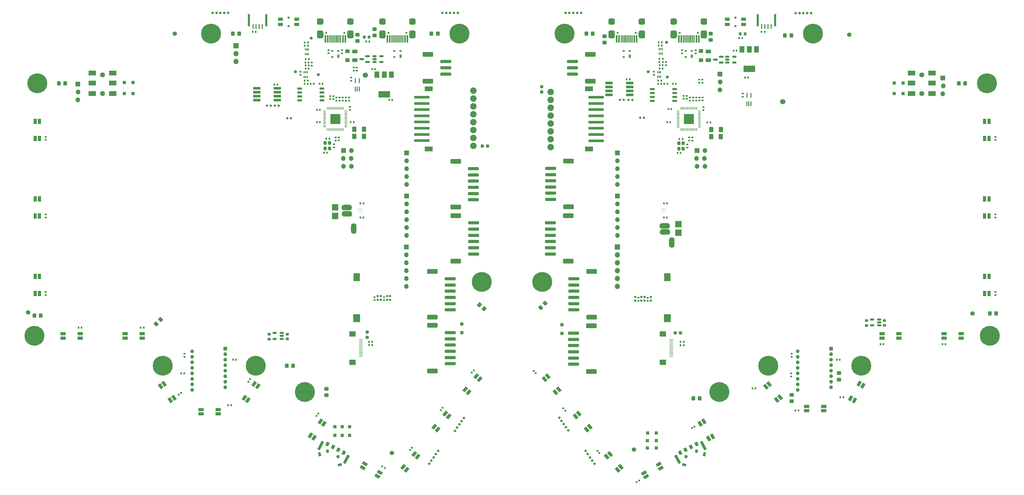
<source format=gbr>
%TF.GenerationSoftware,KiCad,Pcbnew,(6.99.0-4085-g6c752680d7)*%
%TF.CreationDate,2022-11-10T11:06:54+08:00*%
%TF.ProjectId,Rev2.4,52657632-2e34-42e6-9b69-6361645f7063,rev?*%
%TF.SameCoordinates,Original*%
%TF.FileFunction,Soldermask,Top*%
%TF.FilePolarity,Negative*%
%FSLAX46Y46*%
G04 Gerber Fmt 4.6, Leading zero omitted, Abs format (unit mm)*
G04 Created by KiCad (PCBNEW (6.99.0-4085-g6c752680d7)) date 2022-11-10 11:06:54*
%MOMM*%
%LPD*%
G01*
G04 APERTURE LIST*
G04 Aperture macros list*
%AMRoundRect*
0 Rectangle with rounded corners*
0 $1 Rounding radius*
0 $2 $3 $4 $5 $6 $7 $8 $9 X,Y pos of 4 corners*
0 Add a 4 corners polygon primitive as box body*
4,1,4,$2,$3,$4,$5,$6,$7,$8,$9,$2,$3,0*
0 Add four circle primitives for the rounded corners*
1,1,$1+$1,$2,$3*
1,1,$1+$1,$4,$5*
1,1,$1+$1,$6,$7*
1,1,$1+$1,$8,$9*
0 Add four rect primitives between the rounded corners*
20,1,$1+$1,$2,$3,$4,$5,0*
20,1,$1+$1,$4,$5,$6,$7,0*
20,1,$1+$1,$6,$7,$8,$9,0*
20,1,$1+$1,$8,$9,$2,$3,0*%
%AMRotRect*
0 Rectangle, with rotation*
0 The origin of the aperture is its center*
0 $1 length*
0 $2 width*
0 $3 Rotation angle, in degrees counterclockwise*
0 Add horizontal line*
21,1,$1,$2,0,0,$3*%
G04 Aperture macros list end*
%ADD10RoundRect,0.140000X-0.140000X-0.170000X0.140000X-0.170000X0.140000X0.170000X-0.140000X0.170000X0*%
%ADD11C,1.700000*%
%ADD12C,1.600000*%
%ADD13R,2.400000X1.500000*%
%ADD14RotRect,1.700000X1.000000X50.000000*%
%ADD15C,0.800000*%
%ADD16C,6.400000*%
%ADD17RoundRect,0.140000X0.206244X0.077224X-0.036244X0.217224X-0.206244X-0.077224X0.036244X-0.217224X0*%
%ADD18RoundRect,0.250000X0.250000X-0.325000X0.250000X0.325000X-0.250000X0.325000X-0.250000X-0.325000X0*%
%ADD19RoundRect,0.250000X0.450000X-0.325000X0.450000X0.325000X-0.450000X0.325000X-0.450000X-0.325000X0*%
%ADD20RoundRect,0.140000X-0.040237X0.216520X-0.220218X0.002028X0.040237X-0.216520X0.220218X-0.002028X0*%
%ADD21RoundRect,0.160000X-0.160000X0.197500X-0.160000X-0.197500X0.160000X-0.197500X0.160000X0.197500X0*%
%ADD22RoundRect,0.140000X-0.170000X0.140000X-0.170000X-0.140000X0.170000X-0.140000X0.170000X0.140000X0*%
%ADD23RoundRect,0.135000X-0.185000X0.135000X-0.185000X-0.135000X0.185000X-0.135000X0.185000X0.135000X0*%
%ADD24R,0.800000X4.000000*%
%ADD25R,0.400000X1.600000*%
%ADD26RoundRect,0.135000X0.185000X-0.135000X0.185000X0.135000X-0.185000X0.135000X-0.185000X-0.135000X0*%
%ADD27C,0.265000*%
%ADD28RoundRect,0.250000X-0.400000X-0.625000X0.400000X-0.625000X0.400000X0.625000X-0.400000X0.625000X0*%
%ADD29RoundRect,0.250000X1.500000X-0.250000X1.500000X0.250000X-1.500000X0.250000X-1.500000X-0.250000X0*%
%ADD30RoundRect,0.250001X1.449999X-0.499999X1.449999X0.499999X-1.449999X0.499999X-1.449999X-0.499999X0*%
%ADD31RoundRect,0.135000X-0.135000X-0.185000X0.135000X-0.185000X0.135000X0.185000X-0.135000X0.185000X0*%
%ADD32RoundRect,0.140000X0.170000X-0.140000X0.170000X0.140000X-0.170000X0.140000X-0.170000X-0.140000X0*%
%ADD33RoundRect,0.250000X-0.325000X-0.450000X0.325000X-0.450000X0.325000X0.450000X-0.325000X0.450000X0*%
%ADD34R,1.500000X2.000000*%
%ADD35R,3.800000X2.000000*%
%ADD36R,1.700000X1.000000*%
%ADD37R,1.100000X1.100000*%
%ADD38R,1.200000X1.200000*%
%ADD39C,1.200000*%
%ADD40RoundRect,0.147500X-0.172500X0.147500X-0.172500X-0.147500X0.172500X-0.147500X0.172500X0.147500X0*%
%ADD41R,1.700000X1.700000*%
%ADD42O,1.700000X1.700000*%
%ADD43RoundRect,0.140000X0.140000X0.170000X-0.140000X0.170000X-0.140000X-0.170000X0.140000X-0.170000X0*%
%ADD44RotRect,1.700000X1.000000X240.000000*%
%ADD45RotRect,1.700000X1.000000X130.000000*%
%ADD46R,0.340000X0.700000*%
%ADD47RoundRect,0.135000X0.135000X0.185000X-0.135000X0.185000X-0.135000X-0.185000X0.135000X-0.185000X0*%
%ADD48RoundRect,0.160000X0.197500X0.160000X-0.197500X0.160000X-0.197500X-0.160000X0.197500X-0.160000X0*%
%ADD49RoundRect,0.140000X-0.036244X-0.217224X0.206244X-0.077224X0.036244X0.217224X-0.206244X0.077224X0*%
%ADD50RoundRect,0.150000X-0.512500X-0.150000X0.512500X-0.150000X0.512500X0.150000X-0.512500X0.150000X0*%
%ADD51O,3.454400X1.778000*%
%ADD52C,1.400000*%
%ADD53RoundRect,0.250000X0.325000X0.450000X-0.325000X0.450000X-0.325000X-0.450000X0.325000X-0.450000X0*%
%ADD54RoundRect,0.050800X-1.000000X-1.000000X1.000000X-1.000000X1.000000X1.000000X-1.000000X1.000000X0*%
%ADD55RoundRect,0.140000X0.058955X-0.212189X0.219557X0.017173X-0.058955X0.212189X-0.219557X-0.017173X0*%
%ADD56R,1.524000X1.524000*%
%ADD57O,1.524000X1.524000*%
%ADD58RoundRect,0.250000X-0.538219X-0.135814X-0.040290X-0.553626X0.538219X0.135814X0.040290X0.553626X0*%
%ADD59R,5.000000X0.900000*%
%ADD60R,2.500000X1.500000*%
%ADD61O,1.778000X3.454400*%
%ADD62RoundRect,0.250000X-0.625000X0.375000X-0.625000X-0.375000X0.625000X-0.375000X0.625000X0.375000X0*%
%ADD63RoundRect,0.225000X0.250000X-0.225000X0.250000X0.225000X-0.250000X0.225000X-0.250000X-0.225000X0*%
%ADD64RoundRect,0.250000X-0.450000X0.325000X-0.450000X-0.325000X0.450000X-0.325000X0.450000X0.325000X0*%
%ADD65RoundRect,0.150000X-0.650000X-0.150000X0.650000X-0.150000X0.650000X0.150000X-0.650000X0.150000X0*%
%ADD66R,1.000000X1.700000*%
%ADD67C,0.750000*%
%ADD68R,1.550000X1.000000*%
%ADD69R,0.400000X1.500000*%
%ADD70C,0.650000*%
%ADD71R,0.570000X2.450000*%
%ADD72R,0.300000X2.450000*%
%ADD73RoundRect,0.525000X0.525000X0.725000X-0.525000X0.725000X-0.525000X-0.725000X0.525000X-0.725000X0*%
%ADD74RoundRect,0.500000X0.550000X0.500000X-0.550000X0.500000X-0.550000X-0.500000X0.550000X-0.500000X0*%
%ADD75O,1.000000X2.100000*%
%ADD76O,1.000000X1.600000*%
%ADD77R,2.100000X2.600000*%
%ADD78R,2.200000X2.600000*%
%ADD79C,1.000000*%
%ADD80R,0.700000X1.000000*%
%ADD81R,0.700000X0.600000*%
%ADD82RoundRect,0.250000X-1.500000X0.250000X-1.500000X-0.250000X1.500000X-0.250000X1.500000X0.250000X0*%
%ADD83RoundRect,0.250001X-1.449999X0.499999X-1.449999X-0.499999X1.449999X-0.499999X1.449999X0.499999X0*%
%ADD84RoundRect,0.140000X0.017173X0.219557X-0.212189X0.058955X-0.017173X-0.219557X0.212189X-0.058955X0*%
%ADD85RoundRect,0.160000X-0.197500X-0.160000X0.197500X-0.160000X0.197500X0.160000X-0.197500X0.160000X0*%
%ADD86RoundRect,0.225000X-0.250000X0.225000X-0.250000X-0.225000X0.250000X-0.225000X0.250000X0.225000X0*%
%ADD87RoundRect,0.237500X-0.300000X-0.237500X0.300000X-0.237500X0.300000X0.237500X-0.300000X0.237500X0*%
%ADD88RoundRect,0.140000X-0.220218X-0.002028X-0.040237X-0.216520X0.220218X0.002028X0.040237X0.216520X0*%
%ADD89R,1.400000X1.300000*%
%ADD90RoundRect,0.150000X0.587500X0.150000X-0.587500X0.150000X-0.587500X-0.150000X0.587500X-0.150000X0*%
%ADD91RotRect,1.700000X1.000000X120.000000*%
%ADD92RoundRect,0.140000X-0.058955X0.212189X-0.219557X-0.017173X0.058955X-0.212189X0.219557X0.017173X0*%
%ADD93RoundRect,0.218750X-0.218750X-0.256250X0.218750X-0.256250X0.218750X0.256250X-0.218750X0.256250X0*%
%ADD94C,2.082800*%
%ADD95R,1.250000X0.280000*%
%ADD96R,2.000000X1.800000*%
%ADD97RoundRect,0.050000X-0.387500X-0.050000X0.387500X-0.050000X0.387500X0.050000X-0.387500X0.050000X0*%
%ADD98RoundRect,0.050000X-0.050000X-0.387500X0.050000X-0.387500X0.050000X0.387500X-0.050000X0.387500X0*%
%ADD99RoundRect,0.144000X-1.456000X-1.456000X1.456000X-1.456000X1.456000X1.456000X-1.456000X1.456000X0*%
%ADD100RoundRect,0.101600X-1.100000X0.300000X-1.100000X-0.300000X1.100000X-0.300000X1.100000X0.300000X0*%
%ADD101RoundRect,0.237500X0.237500X-0.300000X0.237500X0.300000X-0.237500X0.300000X-0.237500X-0.300000X0*%
%ADD102RoundRect,0.150000X0.512500X0.150000X-0.512500X0.150000X-0.512500X-0.150000X0.512500X-0.150000X0*%
%ADD103RotRect,1.700000X1.000000X55.000000*%
%ADD104RoundRect,0.250000X0.088388X-0.548008X0.548008X-0.088388X-0.088388X0.548008X-0.548008X0.088388X0*%
%ADD105C,1.100000*%
%ADD106RotRect,1.300000X1.000000X62.000000*%
%ADD107RotRect,3.000000X0.900000X62.000000*%
%ADD108RotRect,1.300000X0.800000X197.000000*%
%ADD109RotRect,1.300000X0.800000X287.000000*%
%ADD110RotRect,1.700000X1.000000X305.000000*%
%ADD111RoundRect,0.147500X0.172500X-0.147500X0.172500X0.147500X-0.172500X0.147500X-0.172500X-0.147500X0*%
%ADD112RoundRect,0.160000X0.160000X-0.197500X0.160000X0.197500X-0.160000X0.197500X-0.160000X-0.197500X0*%
%ADD113RotRect,1.700000X1.000000X330.000000*%
%ADD114RotRect,1.700000X1.000000X210.000000*%
%ADD115RotRect,1.300000X1.000000X118.000000*%
%ADD116RotRect,3.000000X0.900000X118.000000*%
%ADD117RotRect,1.300000X0.800000X253.000000*%
%ADD118RotRect,1.300000X0.800000X343.000000*%
%ADD119RoundRect,0.250000X-0.088388X0.548008X-0.548008X0.088388X0.088388X-0.548008X0.548008X-0.088388X0*%
%ADD120RoundRect,0.050800X1.000000X-1.000000X1.000000X1.000000X-1.000000X1.000000X-1.000000X-1.000000X0*%
G04 APERTURE END LIST*
D10*
%TO.C,C34*%
X143775003Y-61745000D03*
X144735003Y-61745000D03*
%TD*%
D11*
%TO.C,J20*%
X162975000Y-64825000D03*
%TD*%
D12*
%TO.C,J23*%
X342229998Y-64770003D03*
X342221998Y-70770003D03*
D13*
X345529997Y-64170002D03*
X338929997Y-64170002D03*
X345529997Y-70770002D03*
X338929997Y-70770002D03*
X345529997Y-67370002D03*
X338929997Y-67370002D03*
%TD*%
D14*
%TO.C,D37*%
X186298564Y-179026572D03*
X185226102Y-178126669D03*
X188761434Y-173913424D03*
X189833896Y-174813327D03*
%TD*%
D15*
%TO.C,DRILL11*%
X361778405Y-148874002D03*
X362481349Y-147176946D03*
X362481349Y-150571058D03*
X364178405Y-146474002D03*
D16*
X364178405Y-148874002D03*
D15*
X364178405Y-151274002D03*
X365875461Y-147176946D03*
X365875461Y-150571058D03*
X366578405Y-148874002D03*
%TD*%
D17*
%TO.C,C86*%
X169290692Y-191415000D03*
X168459308Y-190935000D03*
%TD*%
D18*
%TO.C,Y1*%
X151480003Y-88445000D03*
X151480003Y-86695000D03*
X150080003Y-86695000D03*
X150080003Y-88445000D03*
%TD*%
D19*
%TO.C,FB14*%
X150520003Y-167951301D03*
X150520003Y-165901301D03*
%TD*%
D10*
%TO.C,C29*%
X133710003Y-67900000D03*
X134670003Y-67900000D03*
%TD*%
D20*
%TO.C,C88*%
X187933538Y-172032299D03*
X187316462Y-172767701D03*
%TD*%
D21*
%TO.C,R32*%
X170000000Y-136077500D03*
X170000000Y-137272500D03*
%TD*%
D22*
%TO.C,C47*%
X268305000Y-84929252D03*
X268305000Y-85889252D03*
%TD*%
D23*
%TO.C,R4*%
X154730003Y-72022500D03*
X154730003Y-73042500D03*
%TD*%
D24*
%TO.C,U16*%
X295004999Y-47172751D03*
X289404999Y-47172751D03*
D25*
X293702999Y-49170751D03*
X292702999Y-49170751D03*
X291702999Y-49170751D03*
X290702999Y-49170751D03*
%TD*%
D26*
%TO.C,R12*%
X159250000Y-63400000D03*
X159250000Y-62380000D03*
%TD*%
D21*
%TO.C,R30*%
X168000000Y-136077500D03*
X168000000Y-137272500D03*
%TD*%
D27*
%TO.C,IC1*%
X258625000Y-107970000D03*
X259125000Y-107970000D03*
X259625000Y-107970000D03*
X258625000Y-108470000D03*
X259125000Y-108470000D03*
X259625000Y-108470000D03*
X258625000Y-108970000D03*
X259125000Y-108970000D03*
X259625000Y-108970000D03*
%TD*%
D23*
%TO.C,R55*%
X259830003Y-60585000D03*
X259830003Y-61605000D03*
%TD*%
D28*
%TO.C,R16*%
X159455000Y-82271752D03*
X162555000Y-82271752D03*
%TD*%
D22*
%TO.C,C57*%
X284610003Y-70790000D03*
X284610003Y-71750000D03*
%TD*%
D26*
%TO.C,R5*%
X152925000Y-88110000D03*
X152925000Y-87090000D03*
%TD*%
D29*
%TO.C,J37*%
X229740000Y-64470000D03*
X229740000Y-62470000D03*
X229740000Y-60470000D03*
D30*
X235490000Y-66820000D03*
X235490000Y-58120000D03*
%TD*%
D31*
%TO.C,R7*%
X103689234Y-160969299D03*
X104709234Y-160969299D03*
%TD*%
D32*
%TO.C,C46*%
X271605003Y-72995000D03*
X271605003Y-72035000D03*
%TD*%
D33*
%TO.C,FB11*%
X120305003Y-51470001D03*
X122355003Y-51470001D03*
%TD*%
D34*
%TO.C,U19*%
X288980001Y-56520599D03*
X286680001Y-56520599D03*
D35*
X286680001Y-62820599D03*
D34*
X284380001Y-56520599D03*
%TD*%
D36*
%TO.C,D17*%
X334928404Y-148174001D03*
X334928404Y-149574001D03*
X329428404Y-149574001D03*
X329428404Y-148174001D03*
%TD*%
D32*
%TO.C,C65*%
X365929998Y-135700003D03*
X365929998Y-134740003D03*
%TD*%
D37*
%TO.C,D45*%
X333399999Y-67399999D03*
X336199999Y-67399999D03*
%TD*%
D38*
%TO.C,U12*%
X313019372Y-152959292D03*
D39*
X313019373Y-154739293D03*
X313019373Y-156519293D03*
X313019373Y-158299293D03*
X313019373Y-160079293D03*
X313019373Y-161859293D03*
X313019373Y-163639293D03*
X313019373Y-165419293D03*
X302319373Y-166309293D03*
X302319373Y-164529293D03*
X302319373Y-162749293D03*
X302319373Y-160969293D03*
X302319373Y-159189293D03*
X302319373Y-157409293D03*
X302319373Y-155629293D03*
X302319373Y-153849293D03*
%TD*%
D40*
%TO.C,R50*%
X269400000Y-56815000D03*
X269400000Y-57785000D03*
%TD*%
D41*
%TO.C,J2*%
X121330002Y-55381999D03*
D42*
X121330002Y-57921999D03*
X121330002Y-60461999D03*
%TD*%
D23*
%TO.C,R3*%
X153700000Y-72040000D03*
X153700000Y-73060000D03*
%TD*%
D33*
%TO.C,FB10*%
X64305006Y-67470002D03*
X66355006Y-67470002D03*
%TD*%
D15*
%TO.C,DRILL1*%
X125294998Y-158456551D03*
X125997942Y-156759495D03*
X125997942Y-160153607D03*
X127694998Y-156056551D03*
D16*
X127694998Y-158456551D03*
D15*
X127694998Y-160856551D03*
X129392054Y-156759495D03*
X129392054Y-160153607D03*
X130094998Y-158456551D03*
%TD*%
D43*
%TO.C,C55*%
X286330000Y-65650000D03*
X285370000Y-65650000D03*
%TD*%
D15*
%TO.C,DRILL3*%
X290415139Y-158456548D03*
X291118083Y-156759492D03*
X291118083Y-160153604D03*
X292815139Y-156056548D03*
D16*
X292815139Y-158456548D03*
D15*
X292815139Y-160856548D03*
X294512195Y-156759492D03*
X294512195Y-160153604D03*
X295215139Y-158456548D03*
%TD*%
D44*
%TO.C,D18*%
X322083918Y-164224974D03*
X323296354Y-164924974D03*
X320546354Y-169688114D03*
X319333918Y-168988114D03*
%TD*%
D12*
%TO.C,J22*%
X78330006Y-64770002D03*
X78322006Y-70770002D03*
D13*
X81630005Y-64170001D03*
X75030005Y-64170001D03*
X81630005Y-70770001D03*
X75030005Y-70770001D03*
X81630005Y-67370001D03*
X75030005Y-67370001D03*
%TD*%
D10*
%TO.C,C27*%
X161420000Y-106200000D03*
X162380000Y-106200000D03*
%TD*%
D15*
%TO.C,REF\u002A\u002A*%
X183566059Y-190047880D03*
X184283029Y-189023940D03*
X185000000Y-188000000D03*
X185716971Y-186976060D03*
X186433941Y-185952120D03*
%TD*%
D45*
%TO.C,D23*%
X245333897Y-191126666D03*
X244261435Y-192026569D03*
X240726103Y-187813324D03*
X241798565Y-186913421D03*
%TD*%
D46*
%TO.C,Q5*%
X257130002Y-65394999D03*
X257630002Y-65394999D03*
X258130002Y-65394999D03*
X258130002Y-63894999D03*
X257630002Y-63894999D03*
X257130002Y-63894999D03*
%TD*%
D47*
%TO.C,R8*%
X260265003Y-67620000D03*
X259245003Y-67620000D03*
%TD*%
D21*
%TO.C,R56*%
X254952781Y-136308212D03*
X254952781Y-137503212D03*
%TD*%
D48*
%TO.C,R14*%
X135072496Y-74700001D03*
X133877496Y-74700001D03*
%TD*%
D49*
%TO.C,C72*%
X268218616Y-178580000D03*
X269050000Y-178100000D03*
%TD*%
D50*
%TO.C,U18*%
X279612503Y-58900000D03*
X279612503Y-59850000D03*
X279612503Y-60800000D03*
X281887503Y-60800000D03*
X281887503Y-58900000D03*
%TD*%
D51*
%TO.C,J29*%
X259474999Y-113439999D03*
%TD*%
D37*
%TO.C,D42*%
X253899999Y-184999999D03*
X256699999Y-184999999D03*
%TD*%
D52*
%TO.C,H19*%
X318905000Y-51796252D03*
%TD*%
D53*
%TO.C,FB17*%
X300225000Y-52025000D03*
X298175000Y-52025000D03*
%TD*%
D29*
%TO.C,J41*%
X230110000Y-158000000D03*
X230110000Y-156000000D03*
X230110000Y-154000000D03*
X230110000Y-152000000D03*
X230110000Y-150000000D03*
X230110000Y-148000000D03*
D30*
X235860000Y-160350000D03*
X235860000Y-145650000D03*
%TD*%
D54*
%TO.C,TP3*%
X263835000Y-112830000D03*
%TD*%
D32*
%TO.C,C77*%
X60030006Y-85700002D03*
X60030006Y-84740002D03*
%TD*%
D55*
%TO.C,C84*%
X125374683Y-163618193D03*
X125925317Y-162831807D03*
%TD*%
D56*
%TO.C,J11*%
X244204999Y-89891751D03*
D57*
X244204999Y-92431751D03*
X244204999Y-94971751D03*
X244204999Y-97511751D03*
X244204999Y-100051751D03*
%TD*%
D43*
%TO.C,C16*%
X148372503Y-79970000D03*
X147412503Y-79970000D03*
%TD*%
D56*
%TO.C,J17*%
X155987002Y-89158199D03*
D57*
X158527002Y-89158199D03*
X155860002Y-91698199D03*
X158400002Y-91698199D03*
X155987002Y-94238199D03*
X158527002Y-94238199D03*
%TD*%
D58*
%TO.C,FB13*%
X199744804Y-138811142D03*
X201315196Y-140128856D03*
%TD*%
D59*
%TO.C,J35*%
X237331999Y-71981751D03*
X237331999Y-73981751D03*
X237331999Y-75981751D03*
X237331999Y-77981751D03*
X237331999Y-79981751D03*
X237331999Y-81981751D03*
X237331999Y-83981751D03*
X237331999Y-85981751D03*
D60*
X235077999Y-88681751D03*
X235077999Y-69261751D03*
%TD*%
D61*
%TO.C,J25*%
X261694999Y-118769999D03*
%TD*%
D15*
%TO.C,DRILL12*%
X360839131Y-67679177D03*
X361391492Y-65927313D03*
X361687308Y-69308509D03*
X363020824Y-65079136D03*
D16*
X363229998Y-67470003D03*
D15*
X363439172Y-69860870D03*
X364772688Y-65631497D03*
X365068504Y-69012693D03*
X365620865Y-67260829D03*
%TD*%
D62*
%TO.C,F1*%
X159625000Y-57250000D03*
X159625000Y-60050000D03*
%TD*%
D46*
%TO.C,Q2*%
X143680002Y-58044999D03*
X144180002Y-58044999D03*
X144680002Y-58044999D03*
X144680002Y-56544999D03*
X144180002Y-56544999D03*
X143680002Y-56544999D03*
%TD*%
D63*
%TO.C,C25*%
X132050002Y-149900001D03*
X132050002Y-148350001D03*
%TD*%
D64*
%TO.C,FB8*%
X315595000Y-160900000D03*
X315595000Y-162950000D03*
%TD*%
D65*
%TO.C,U1*%
X141875000Y-69145000D03*
X141875000Y-70415000D03*
X141875000Y-71685000D03*
X141875000Y-72955000D03*
X149075000Y-72955000D03*
X149075000Y-71685000D03*
X149075000Y-70415000D03*
X149075000Y-69145000D03*
%TD*%
D10*
%TO.C,C4*%
X149700003Y-89795000D03*
X150660003Y-89795000D03*
%TD*%
D31*
%TO.C,R46*%
X264568499Y-150800000D03*
X265588499Y-150800000D03*
%TD*%
%TO.C,R22*%
X143495003Y-54345000D03*
X144515003Y-54345000D03*
%TD*%
D66*
%TO.C,D14*%
X362529997Y-104720002D03*
X363929997Y-104720002D03*
X363929997Y-110220002D03*
X362529997Y-110220002D03*
%TD*%
D33*
%TO.C,FB5*%
X137680000Y-158456551D03*
X139730000Y-158456551D03*
%TD*%
D67*
%TO.C,K2*%
X282205000Y-46296752D03*
X282205000Y-49046752D03*
D68*
X279579999Y-46821751D03*
X284829999Y-46821751D03*
X279579999Y-48521751D03*
X284829999Y-48521751D03*
%TD*%
D69*
%TO.C,U17*%
X285910002Y-74059999D03*
X286560002Y-74059999D03*
X287210002Y-74059999D03*
X287210002Y-71399999D03*
X285910002Y-71399999D03*
%TD*%
D22*
%TO.C,C23*%
X154430003Y-84927500D03*
X154430003Y-85887500D03*
%TD*%
D70*
%TO.C,J24*%
X250095000Y-51221752D03*
X244315000Y-51221752D03*
D71*
X250429999Y-53166751D03*
X249654999Y-53166751D03*
D72*
X248454999Y-53166751D03*
X247454999Y-53166751D03*
X246954999Y-53166751D03*
X245954999Y-53166751D03*
D71*
X243979999Y-53166751D03*
X244754999Y-53166751D03*
D72*
X245454999Y-53166751D03*
X246454999Y-53166751D03*
X247954999Y-53166751D03*
X248954999Y-53166751D03*
D73*
X252055000Y-51751752D03*
D74*
X252055000Y-47571752D03*
D75*
X251524999Y-51751751D03*
D76*
X251524999Y-47571751D03*
D75*
X242884999Y-51751751D03*
D76*
X242884999Y-47571751D03*
D73*
X242355000Y-51751752D03*
D74*
X242355000Y-47571752D03*
%TD*%
D77*
%TO.C,BZ1*%
X160240002Y-129923199D03*
D78*
X160240002Y-143173199D03*
%TD*%
D31*
%TO.C,R28*%
X143745003Y-60745000D03*
X144765003Y-60745000D03*
%TD*%
D29*
%TO.C,J40*%
X222655001Y-122471750D03*
X222655001Y-120471750D03*
X222655001Y-118471750D03*
X222655001Y-116471750D03*
X222655001Y-114471750D03*
X222655001Y-112471750D03*
D30*
X228405001Y-124821750D03*
X228405001Y-110121750D03*
%TD*%
D66*
%TO.C,D15*%
X362529997Y-129720002D03*
X363929997Y-129720002D03*
X363929997Y-135220002D03*
X362529997Y-135220002D03*
%TD*%
D31*
%TO.C,R17*%
X163227500Y-54011250D03*
X164247500Y-54011250D03*
%TD*%
D79*
%TO.C,TP6*%
X140505003Y-63745000D03*
%TD*%
D15*
%TO.C,REF\u002A\u002A*%
X187800000Y-44800000D03*
X189050000Y-44800000D03*
X190300000Y-44800000D03*
X191550000Y-44800000D03*
X192800000Y-44800000D03*
%TD*%
D19*
%TO.C,FB1*%
X166005000Y-52096752D03*
X166005000Y-50046752D03*
%TD*%
D10*
%TO.C,C32*%
X161415000Y-110750000D03*
X162375000Y-110750000D03*
%TD*%
D50*
%TO.C,U11*%
X165937500Y-58750000D03*
X165937500Y-59700000D03*
X165937500Y-60650000D03*
X168212500Y-60650000D03*
X168212500Y-58750000D03*
%TD*%
D28*
%TO.C,R42*%
X274420003Y-84690000D03*
X277520003Y-84690000D03*
%TD*%
D10*
%TO.C,C12*%
X158287503Y-79970000D03*
X159247503Y-79970000D03*
%TD*%
D51*
%TO.C,J14*%
X157104999Y-109571751D03*
%TD*%
D80*
%TO.C,D10*%
X268204999Y-58777971D03*
D81*
X268204999Y-57077971D03*
X266204999Y-57077971D03*
X266204999Y-58977971D03*
%TD*%
D79*
%TO.C,TP8*%
X260080003Y-54295000D03*
%TD*%
D21*
%TO.C,R58*%
X249952779Y-136288213D03*
X249952779Y-137483213D03*
%TD*%
D47*
%TO.C,R1*%
X146415003Y-67645000D03*
X145395003Y-67645000D03*
%TD*%
D15*
%TO.C,REF\u002A\u002A*%
X227500000Y-44800000D03*
X228750000Y-44800000D03*
X230000000Y-44800000D03*
X231250000Y-44800000D03*
X232500000Y-44800000D03*
%TD*%
D53*
%TO.C,FB20*%
X270725000Y-168975000D03*
X268675000Y-168975000D03*
%TD*%
D82*
%TO.C,J42*%
X190350000Y-147825000D03*
X190350000Y-149825000D03*
X190350000Y-151825000D03*
X190350000Y-153825000D03*
X190350000Y-155825000D03*
X190350000Y-157825000D03*
D83*
X184600000Y-145475000D03*
X184600000Y-160175000D03*
%TD*%
D22*
%TO.C,C13*%
X156750000Y-72065000D03*
X156750000Y-73025000D03*
%TD*%
D23*
%TO.C,R38*%
X270500000Y-66280000D03*
X270500000Y-67300000D03*
%TD*%
D15*
%TO.C,REF\u002A\u002A*%
X228333941Y-179347880D03*
X227616971Y-178323940D03*
X226900000Y-177300000D03*
X226183029Y-176276060D03*
X225466059Y-175252120D03*
%TD*%
D84*
%TO.C,C82*%
X103668193Y-167224683D03*
X102881807Y-167775317D03*
%TD*%
D85*
%TO.C,R13*%
X131377504Y-74699999D03*
X132572504Y-74699999D03*
%TD*%
D86*
%TO.C,C49*%
X330264098Y-143940998D03*
X330264098Y-145490998D03*
%TD*%
D15*
%TO.C,DRILL13*%
X304830003Y-51470001D03*
X305532947Y-49772945D03*
X305532947Y-53167057D03*
X307230003Y-49070001D03*
D16*
X307230003Y-51470001D03*
D15*
X307230003Y-53870001D03*
X308927059Y-49772945D03*
X308927059Y-53167057D03*
X309630003Y-51470001D03*
%TD*%
D87*
%TO.C,C54*%
X262815996Y-147900002D03*
X264540996Y-147900002D03*
%TD*%
D36*
%TO.C,D16*%
X354928404Y-148174001D03*
X354928404Y-149574001D03*
X349428404Y-149574001D03*
X349428404Y-148174001D03*
%TD*%
D64*
%TO.C,FB3*%
X240030000Y-52315000D03*
X240030000Y-54365000D03*
%TD*%
D32*
%TO.C,C26*%
X269605003Y-73025000D03*
X269605003Y-72065000D03*
%TD*%
%TO.C,C20*%
X157750000Y-73030000D03*
X157750000Y-72070000D03*
%TD*%
D10*
%TO.C,C51*%
X259235000Y-106150000D03*
X260195000Y-106150000D03*
%TD*%
%TO.C,C37*%
X143780003Y-62770000D03*
X144740003Y-62770000D03*
%TD*%
D86*
%TO.C,C24*%
X137850000Y-148300000D03*
X137850000Y-149850000D03*
%TD*%
D43*
%TO.C,C81*%
X91612004Y-146174000D03*
X90652004Y-146174000D03*
%TD*%
D15*
%TO.C,REF\u002A\u002A*%
X191866059Y-179447880D03*
X192583029Y-178423940D03*
X193300000Y-177400000D03*
X194016971Y-176376060D03*
X194733941Y-175352120D03*
%TD*%
D34*
%TO.C,U6*%
X171379999Y-64721751D03*
X169079999Y-64721751D03*
D35*
X169079999Y-71021751D03*
D34*
X166779999Y-64721751D03*
%TD*%
D47*
%TO.C,R9*%
X258315003Y-67620000D03*
X257295003Y-67620000D03*
%TD*%
D37*
%TO.C,D39*%
X155549999Y-178099999D03*
X155549999Y-180899999D03*
%TD*%
D56*
%TO.C,J4*%
X176330002Y-89889999D03*
D57*
X176330002Y-92429999D03*
X176330002Y-94969999D03*
X176330002Y-97509999D03*
X176330002Y-100049999D03*
%TD*%
D56*
%TO.C,J28*%
X269831999Y-89159999D03*
D57*
X272371999Y-89159999D03*
X269704999Y-91699999D03*
X272244999Y-91699999D03*
X269831999Y-94239999D03*
X272371999Y-94239999D03*
%TD*%
D26*
%TO.C,R35*%
X266755003Y-88255000D03*
X266755003Y-87235000D03*
%TD*%
D14*
%TO.C,D36*%
X176298564Y-192026572D03*
X175226102Y-191126669D03*
X178761434Y-186913424D03*
X179833896Y-187813327D03*
%TD*%
D56*
%TO.C,J5*%
X176300002Y-103779999D03*
D57*
X176300002Y-106319999D03*
X176300002Y-108859999D03*
X176300002Y-111399999D03*
X176300002Y-113939999D03*
X176300002Y-116479999D03*
%TD*%
D88*
%TO.C,C76*%
X226791462Y-172232299D03*
X227408538Y-172967701D03*
%TD*%
D10*
%TO.C,C14*%
X120419234Y-156519299D03*
X121379234Y-156519299D03*
%TD*%
D89*
%TO.C,D9*%
X271120002Y-57099999D03*
X271120002Y-59999999D03*
%TD*%
D23*
%TO.C,R10*%
X267600000Y-72040000D03*
X267600000Y-73060000D03*
%TD*%
D79*
%TO.C,TP7*%
X147880003Y-64720000D03*
%TD*%
D32*
%TO.C,C62*%
X250952780Y-137555714D03*
X250952780Y-136595714D03*
%TD*%
D90*
%TO.C,Q6*%
X277627503Y-60800000D03*
X277627503Y-58900000D03*
X275752503Y-59850000D03*
%TD*%
D66*
%TO.C,D26*%
X56630005Y-104720001D03*
X58030005Y-104720001D03*
X58030005Y-110220001D03*
X56630005Y-110220001D03*
%TD*%
D91*
%TO.C,D21*%
X274831217Y-181231569D03*
X273618781Y-181931569D03*
X270868781Y-177168429D03*
X272081217Y-176468429D03*
%TD*%
D33*
%TO.C,FB9*%
X56425000Y-142300000D03*
X58475000Y-142300000D03*
%TD*%
D92*
%TO.C,C85*%
X147825317Y-173906807D03*
X147274683Y-174693193D03*
%TD*%
D32*
%TO.C,C38*%
X169000000Y-137355000D03*
X169000000Y-136395000D03*
%TD*%
D43*
%TO.C,C52*%
X282585000Y-56971752D03*
X281625000Y-56971752D03*
%TD*%
D37*
%TO.C,D5*%
X157899999Y-178124999D03*
X157899999Y-180924999D03*
%TD*%
D79*
%TO.C,TP10*%
X260255003Y-65420000D03*
%TD*%
D47*
%TO.C,R49*%
X258515003Y-55270000D03*
X257495003Y-55270000D03*
%TD*%
D93*
%TO.C,D8*%
X283762500Y-51545600D03*
X285337500Y-51545600D03*
%TD*%
D59*
%TO.C,J36*%
X181203002Y-85959999D03*
X181203002Y-83959999D03*
X181203002Y-81959999D03*
X181203002Y-79959999D03*
X181203002Y-77959999D03*
X181203002Y-75959999D03*
X181203002Y-73959999D03*
X181203002Y-71959999D03*
D60*
X183457002Y-69259999D03*
X183457002Y-88679999D03*
%TD*%
D28*
%TO.C,R43*%
X274430003Y-82360000D03*
X277530003Y-82360000D03*
%TD*%
D80*
%TO.C,D7*%
X248204999Y-58777971D03*
D81*
X248204999Y-57077971D03*
X246204999Y-57077971D03*
X246204999Y-58977971D03*
%TD*%
D80*
%TO.C,D1*%
X174330002Y-58776219D03*
D81*
X174330002Y-57076219D03*
X172330002Y-57076219D03*
X172330002Y-58976219D03*
%TD*%
D40*
%TO.C,R24*%
X155500000Y-56815000D03*
X155500000Y-57785000D03*
%TD*%
D94*
%TO.C,J16*%
X222725000Y-70281752D03*
X222725000Y-72821752D03*
X222725000Y-75361752D03*
X222725000Y-77901752D03*
X222725000Y-80441752D03*
X222725000Y-82981752D03*
X222725000Y-85521752D03*
X222725000Y-88061752D03*
%TD*%
D95*
%TO.C,J27*%
X261546498Y-150050003D03*
X261546498Y-150550003D03*
X261546498Y-151050003D03*
X261546498Y-151550003D03*
X261546498Y-152050003D03*
X261546498Y-152550003D03*
X261546498Y-153050003D03*
X261546498Y-153550003D03*
X261546498Y-154050003D03*
X261546498Y-154550003D03*
X261546498Y-155050003D03*
X261546498Y-155550003D03*
D96*
X258822498Y-157350003D03*
X258822498Y-148250003D03*
%TD*%
D46*
%TO.C,Q1*%
X257680002Y-57944999D03*
X258180002Y-57944999D03*
X258680002Y-57944999D03*
X258680002Y-56444999D03*
X258180002Y-56444999D03*
X257680002Y-56444999D03*
%TD*%
D52*
%TO.C,H14*%
X171605000Y-186596252D03*
%TD*%
D10*
%TO.C,C58*%
X257800003Y-61670000D03*
X258760003Y-61670000D03*
%TD*%
D90*
%TO.C,Q4*%
X163687500Y-60650000D03*
X163687500Y-58750000D03*
X161812500Y-59700000D03*
%TD*%
D10*
%TO.C,C1*%
X148275003Y-67645000D03*
X149235003Y-67645000D03*
%TD*%
D43*
%TO.C,C11*%
X148360003Y-75995000D03*
X147400003Y-75995000D03*
%TD*%
D97*
%TO.C,U2*%
X149892503Y-76370000D03*
X149892503Y-76770000D03*
X149892503Y-77170000D03*
X149892503Y-77570000D03*
X149892503Y-77970000D03*
X149892503Y-78370000D03*
X149892503Y-78770000D03*
X149892503Y-79170000D03*
X149892503Y-79570000D03*
X149892503Y-79970000D03*
X149892503Y-80370000D03*
X149892503Y-80770000D03*
X149892503Y-81170000D03*
X149892503Y-81570000D03*
D98*
X150730003Y-82407500D03*
X151130003Y-82407500D03*
X151530003Y-82407500D03*
X151930003Y-82407500D03*
X152330003Y-82407500D03*
X152730003Y-82407500D03*
X153130003Y-82407500D03*
X153530003Y-82407500D03*
X153930003Y-82407500D03*
X154330003Y-82407500D03*
X154730003Y-82407500D03*
X155130003Y-82407500D03*
X155530003Y-82407500D03*
X155930003Y-82407500D03*
D97*
X156767503Y-81570000D03*
X156767503Y-81170000D03*
X156767503Y-80770000D03*
X156767503Y-80370000D03*
X156767503Y-79970000D03*
X156767503Y-79570000D03*
X156767503Y-79170000D03*
X156767503Y-78770000D03*
X156767503Y-78370000D03*
X156767503Y-77970000D03*
X156767503Y-77570000D03*
X156767503Y-77170000D03*
X156767503Y-76770000D03*
X156767503Y-76370000D03*
D98*
X155930003Y-75532500D03*
X155530003Y-75532500D03*
X155130003Y-75532500D03*
X154730003Y-75532500D03*
X154330003Y-75532500D03*
X153930003Y-75532500D03*
X153530003Y-75532500D03*
X153130003Y-75532500D03*
X152730003Y-75532500D03*
X152330003Y-75532500D03*
X151930003Y-75532500D03*
X151530003Y-75532500D03*
X151130003Y-75532500D03*
X150730003Y-75532500D03*
D99*
X153330003Y-78970000D03*
%TD*%
D31*
%TO.C,R34*%
X143445003Y-66595000D03*
X144465003Y-66595000D03*
%TD*%
D14*
%TO.C,D38*%
X196298564Y-167026572D03*
X195226102Y-166126669D03*
X198761434Y-161913424D03*
X199833896Y-162813327D03*
%TD*%
D11*
%TO.C,J31*%
X297505000Y-73371752D03*
%TD*%
D10*
%TO.C,C15*%
X263600003Y-89870000D03*
X264560003Y-89870000D03*
%TD*%
D22*
%TO.C,C40*%
X267330003Y-84940000D03*
X267330003Y-85900000D03*
%TD*%
D26*
%TO.C,R39*%
X271530002Y-67299998D03*
X271530002Y-66279998D03*
%TD*%
D32*
%TO.C,C10*%
X155750000Y-73025000D03*
X155750000Y-72065000D03*
%TD*%
D65*
%TO.C,U8*%
X255500000Y-69295000D03*
X255500000Y-70565000D03*
X255500000Y-71835000D03*
X255500000Y-73105000D03*
X262700000Y-73105000D03*
X262700000Y-71835000D03*
X262700000Y-70565000D03*
X262700000Y-69295000D03*
%TD*%
D95*
%TO.C,J15*%
X161602002Y-150048199D03*
X161602002Y-150548199D03*
X161602002Y-151048199D03*
X161602002Y-151548199D03*
X161602002Y-152048199D03*
X161602002Y-152548199D03*
X161602002Y-153048199D03*
X161602002Y-153548199D03*
X161602002Y-154048199D03*
X161602002Y-154548199D03*
X161602002Y-155048199D03*
X161602002Y-155548199D03*
D96*
X158878002Y-157348199D03*
X158878002Y-148248199D03*
%TD*%
D64*
%TO.C,FB7*%
X300355000Y-167885000D03*
X300355000Y-169935000D03*
%TD*%
D56*
%TO.C,J10*%
X349049999Y-65771499D03*
D57*
X349176999Y-68311499D03*
X349049999Y-70851499D03*
%TD*%
D29*
%TO.C,J38*%
X230155001Y-140471750D03*
X230155001Y-138471750D03*
X230155001Y-136471750D03*
X230155001Y-134471750D03*
X230155001Y-132471750D03*
X230155001Y-130471750D03*
D30*
X235905001Y-142821750D03*
X235905001Y-128121750D03*
%TD*%
D37*
%TO.C,D11*%
X253924999Y-180199999D03*
X256724999Y-180199999D03*
%TD*%
D10*
%TO.C,C71*%
X287720000Y-165800000D03*
X288680000Y-165800000D03*
%TD*%
D33*
%TO.C,FB15*%
X364175000Y-141600000D03*
X366225000Y-141600000D03*
%TD*%
D56*
%TO.C,J21*%
X70374999Y-67709999D03*
D57*
X70501999Y-70249999D03*
X70374999Y-72789999D03*
%TD*%
D10*
%TO.C,C56*%
X259175000Y-110770000D03*
X260135000Y-110770000D03*
%TD*%
D100*
%TO.C,U14*%
X241535000Y-67395000D03*
X241535000Y-68665000D03*
X241535000Y-69935000D03*
X241535000Y-71205000D03*
X248165000Y-71205000D03*
X248165000Y-69935000D03*
X248165000Y-68665000D03*
X248165000Y-67395000D03*
%TD*%
D70*
%TO.C,J30*%
X270095000Y-51221752D03*
X264315000Y-51221752D03*
D71*
X270429999Y-53166751D03*
X269654999Y-53166751D03*
D72*
X268454999Y-53166751D03*
X267454999Y-53166751D03*
X266954999Y-53166751D03*
X265954999Y-53166751D03*
D71*
X263979999Y-53166751D03*
X264754999Y-53166751D03*
D72*
X265454999Y-53166751D03*
X266454999Y-53166751D03*
X267954999Y-53166751D03*
X268954999Y-53166751D03*
D73*
X272055000Y-51751752D03*
D74*
X272055000Y-47571752D03*
D75*
X271524999Y-51751751D03*
D76*
X271524999Y-47571751D03*
D75*
X262884999Y-51751751D03*
D76*
X262884999Y-47571751D03*
D73*
X262355000Y-51751752D03*
D74*
X262355000Y-47571752D03*
%TD*%
D10*
%TO.C,C31*%
X170700000Y-72821752D03*
X171660000Y-72821752D03*
%TD*%
D79*
%TO.C,TP5*%
X145530003Y-52895000D03*
%TD*%
D101*
%TO.C,C30*%
X163605000Y-149371752D03*
X163605000Y-147646752D03*
%TD*%
D22*
%TO.C,C19*%
X153450000Y-84945000D03*
X153450000Y-85905000D03*
%TD*%
D102*
%TO.C,U13*%
X328500000Y-145450000D03*
X328500000Y-144500000D03*
X328500000Y-143550000D03*
X326225000Y-143550000D03*
X326225000Y-145450000D03*
%TD*%
D103*
%TO.C,D33*%
X125191068Y-169610722D03*
X124044255Y-168807715D03*
X127198926Y-164302378D03*
X128345739Y-165105385D03*
%TD*%
D15*
%TO.C,DRILL14*%
X224830006Y-51470000D03*
X225532950Y-49772944D03*
X225532950Y-53167056D03*
X227230006Y-49070000D03*
D16*
X227230006Y-51470000D03*
D15*
X227230006Y-53870000D03*
X228927062Y-49772944D03*
X228927062Y-53167056D03*
X229630006Y-51470000D03*
%TD*%
D45*
%TO.C,D20*%
X296619035Y-168613218D03*
X295546573Y-169513121D03*
X292011241Y-165299876D03*
X293083703Y-164399973D03*
%TD*%
D69*
%TO.C,U10*%
X159754999Y-69296751D03*
X160404999Y-69296751D03*
X161054999Y-69296751D03*
X161054999Y-66636751D03*
X159754999Y-66636751D03*
%TD*%
D27*
%TO.C,IC2*%
X160910003Y-107968200D03*
X161410003Y-107968200D03*
X161910003Y-107968200D03*
X160910003Y-108468200D03*
X161410003Y-108468200D03*
X161910003Y-108468200D03*
X160910003Y-108968200D03*
X161410003Y-108968200D03*
X161910003Y-108968200D03*
%TD*%
D10*
%TO.C,C61*%
X257800003Y-62695000D03*
X258760003Y-62695000D03*
%TD*%
D15*
%TO.C,REF\u002A\u002A*%
X113800000Y-44800000D03*
X115050000Y-44800000D03*
X116300000Y-44800000D03*
X117550000Y-44800000D03*
X118800000Y-44800000D03*
%TD*%
D23*
%TO.C,R19*%
X268605000Y-72024252D03*
X268605000Y-73044252D03*
%TD*%
D31*
%TO.C,R60*%
X257295003Y-66595000D03*
X258315003Y-66595000D03*
%TD*%
D32*
%TO.C,C64*%
X365929998Y-110700003D03*
X365929998Y-109740003D03*
%TD*%
D10*
%TO.C,C42*%
X314880003Y-156520000D03*
X315840003Y-156520000D03*
%TD*%
D32*
%TO.C,C63*%
X365929998Y-85700003D03*
X365929998Y-84740003D03*
%TD*%
D104*
%TO.C,FB6*%
X95625216Y-145049784D03*
X97074784Y-143600216D03*
%TD*%
D93*
%TO.C,D2*%
X162650000Y-52611250D03*
X164225000Y-52611250D03*
%TD*%
D15*
%TO.C,DRILL4*%
X320415137Y-158456545D03*
X321118081Y-156759489D03*
X321118081Y-160153601D03*
X322815137Y-156056545D03*
D16*
X322815137Y-158456545D03*
D15*
X322815137Y-160856545D03*
X324512193Y-156759489D03*
X324512193Y-160153601D03*
X325215137Y-158456545D03*
%TD*%
%TO.C,REF\u002A\u002A*%
X301600000Y-44900000D03*
X302850000Y-44900000D03*
X304100000Y-44900000D03*
X305350000Y-44900000D03*
X306600000Y-44900000D03*
%TD*%
D105*
%TO.C,S1*%
X154210157Y-187749413D03*
X150854956Y-185965421D03*
D106*
X156096868Y-186544083D03*
X150799182Y-183727254D03*
D107*
X156917145Y-188622459D03*
X148617438Y-184209426D03*
D108*
X154791218Y-190448091D03*
D109*
X148292724Y-186992780D03*
D106*
X154330973Y-185605140D03*
X152565078Y-184666197D03*
%TD*%
D79*
%TO.C,TP9*%
X254105003Y-63745000D03*
%TD*%
D32*
%TO.C,C22*%
X151680003Y-72555000D03*
X151680003Y-71595000D03*
%TD*%
D80*
%TO.C,D4*%
X154330002Y-58776219D03*
D81*
X154330002Y-57076219D03*
X152330002Y-57076219D03*
X152330002Y-58976219D03*
%TD*%
D46*
%TO.C,Q3*%
X143280002Y-65419999D03*
X143780002Y-65419999D03*
X144280002Y-65419999D03*
X144280002Y-63919999D03*
X143780002Y-63919999D03*
X143280002Y-63919999D03*
%TD*%
D37*
%TO.C,D30*%
X194099999Y-145024999D03*
X194099999Y-147824999D03*
%TD*%
D36*
%TO.C,D28*%
X65632003Y-149573999D03*
X65632003Y-148173999D03*
X71132003Y-148173999D03*
X71132003Y-149573999D03*
%TD*%
D31*
%TO.C,R48*%
X257495003Y-54270000D03*
X258515003Y-54270000D03*
%TD*%
D66*
%TO.C,D13*%
X362529997Y-79720002D03*
X363929997Y-79720002D03*
X363929997Y-85220002D03*
X362529997Y-85220002D03*
%TD*%
D22*
%TO.C,C41*%
X270605003Y-72040000D03*
X270605003Y-73000000D03*
%TD*%
D85*
%TO.C,R40*%
X245052500Y-72800000D03*
X246247500Y-72800000D03*
%TD*%
D21*
%TO.C,R57*%
X252942779Y-136300713D03*
X252942779Y-137495713D03*
%TD*%
D23*
%TO.C,R29*%
X145780003Y-60760000D03*
X145780003Y-61780000D03*
%TD*%
D10*
%TO.C,C6*%
X262075003Y-67670000D03*
X263035003Y-67670000D03*
%TD*%
D31*
%TO.C,R54*%
X257795003Y-60645000D03*
X258815003Y-60645000D03*
%TD*%
D10*
%TO.C,C53*%
X247205003Y-66198248D03*
X248165003Y-66198248D03*
%TD*%
D88*
%TO.C,C74*%
X237791462Y-185882299D03*
X238408538Y-186617701D03*
%TD*%
D52*
%TO.C,H1*%
X54405000Y-141296252D03*
%TD*%
D110*
%TO.C,D31*%
X97044257Y-165105388D03*
X98191070Y-164302381D03*
X101345741Y-168807718D03*
X100198928Y-169610725D03*
%TD*%
D70*
%TO.C,J8*%
X176220003Y-51220000D03*
X170440003Y-51220000D03*
D71*
X176555002Y-53164999D03*
X175780002Y-53164999D03*
D72*
X174580002Y-53164999D03*
X173580002Y-53164999D03*
X173080002Y-53164999D03*
X172080002Y-53164999D03*
D71*
X170105002Y-53164999D03*
X170880002Y-53164999D03*
D72*
X171580002Y-53164999D03*
X172580002Y-53164999D03*
X174080002Y-53164999D03*
X175080002Y-53164999D03*
D73*
X178180003Y-51750000D03*
D74*
X178180003Y-47570000D03*
D75*
X177650002Y-51749999D03*
D76*
X177650002Y-47569999D03*
D75*
X169010002Y-51749999D03*
D76*
X169010002Y-47569999D03*
D73*
X168480003Y-51750000D03*
D74*
X168480003Y-47570000D03*
%TD*%
D15*
%TO.C,DRILL15*%
X217630001Y-131469996D03*
X218332945Y-129772940D03*
X218332945Y-133167052D03*
X220030001Y-129069996D03*
D16*
X220030001Y-131469996D03*
D15*
X220030001Y-133869996D03*
X221727057Y-129772940D03*
X221727057Y-133167052D03*
X222430001Y-131469996D03*
%TD*%
D10*
%TO.C,C68*%
X316020000Y-168650000D03*
X316980000Y-168650000D03*
%TD*%
D51*
%TO.C,J26*%
X259534999Y-115429999D03*
%TD*%
D53*
%TO.C,FB12*%
X186355003Y-51470000D03*
X184305003Y-51470000D03*
%TD*%
D36*
%TO.C,D19*%
X310679999Y-171594999D03*
X310679999Y-172994999D03*
X305179999Y-172994999D03*
X305179999Y-171594999D03*
%TD*%
D32*
%TO.C,C59*%
X253942781Y-137565714D03*
X253942781Y-136605714D03*
%TD*%
D62*
%TO.C,F2*%
X273500003Y-57220000D03*
X273500003Y-60020000D03*
%TD*%
D10*
%TO.C,C3*%
X150425003Y-85345000D03*
X151385003Y-85345000D03*
%TD*%
D52*
%TO.C,H18*%
X101605000Y-51471752D03*
%TD*%
D37*
%TO.C,D43*%
X88199999Y-67199999D03*
X85399999Y-67199999D03*
%TD*%
D111*
%TO.C,R51*%
X265000000Y-57785000D03*
X265000000Y-56815000D03*
%TD*%
D52*
%TO.C,H2*%
X358605000Y-141671752D03*
%TD*%
D36*
%TO.C,D29*%
X85632003Y-149573999D03*
X85632003Y-148173999D03*
X91132003Y-148173999D03*
X91132003Y-149573999D03*
%TD*%
D51*
%TO.C,J18*%
X157000202Y-107508349D03*
%TD*%
D28*
%TO.C,R15*%
X159455000Y-84571752D03*
X162555000Y-84571752D03*
%TD*%
D43*
%TO.C,C80*%
X71612004Y-146174000D03*
X70652004Y-146174000D03*
%TD*%
D20*
%TO.C,C89*%
X197958538Y-159982299D03*
X197341462Y-160717701D03*
%TD*%
D26*
%TO.C,R26*%
X142130003Y-64755000D03*
X142130003Y-63735000D03*
%TD*%
D15*
%TO.C,DRILL10*%
X141120003Y-166926301D03*
X141822947Y-165229245D03*
X141822947Y-168623357D03*
X143520003Y-164526301D03*
D16*
X143520003Y-166926301D03*
D15*
X143520003Y-169326301D03*
X145217059Y-165229245D03*
X145217059Y-168623357D03*
X145920003Y-166926301D03*
%TD*%
D32*
%TO.C,C33*%
X158449997Y-66608504D03*
X158449997Y-65648504D03*
%TD*%
D64*
%TO.C,FB4*%
X274230003Y-51495000D03*
X274230003Y-53545000D03*
%TD*%
D29*
%TO.C,J39*%
X222690000Y-104900000D03*
X222690000Y-102900000D03*
X222690000Y-100900000D03*
X222690000Y-98900000D03*
X222690000Y-96900000D03*
X222690000Y-94900000D03*
D30*
X228440000Y-107250000D03*
X228440000Y-92550000D03*
%TD*%
D66*
%TO.C,D27*%
X56630005Y-129720001D03*
X58030005Y-129720001D03*
X58030005Y-135220001D03*
X56630005Y-135220001D03*
%TD*%
D37*
%TO.C,D46*%
X333399999Y-70799999D03*
X336199999Y-70799999D03*
%TD*%
D64*
%TO.C,FB2*%
X160455003Y-51770000D03*
X160455003Y-53820000D03*
%TD*%
D63*
%TO.C,C50*%
X324464098Y-145500998D03*
X324464098Y-143950998D03*
%TD*%
D56*
%TO.C,J9*%
X277204999Y-64487971D03*
D57*
X277331999Y-67027971D03*
X277204999Y-69567971D03*
%TD*%
D82*
%TO.C,J33*%
X197850000Y-95000000D03*
X197850000Y-97000000D03*
X197850000Y-99000000D03*
X197850000Y-101000000D03*
X197850000Y-103000000D03*
X197850000Y-105000000D03*
D83*
X192100000Y-92650000D03*
X192100000Y-107350000D03*
%TD*%
D18*
%TO.C,Y2*%
X265380003Y-88520000D03*
X265380003Y-86770000D03*
X263980003Y-86770000D03*
X263980003Y-88520000D03*
%TD*%
D47*
%TO.C,R53*%
X258815003Y-59620000D03*
X257795003Y-59620000D03*
%TD*%
D15*
%TO.C,DRILL5*%
X53982004Y-148874000D03*
X54684948Y-147176944D03*
X54684948Y-150571056D03*
X56382004Y-146474000D03*
D16*
X56382004Y-148874000D03*
D15*
X56382004Y-151274000D03*
X58079060Y-147176944D03*
X58079060Y-150571056D03*
X58782004Y-148874000D03*
%TD*%
D112*
%TO.C,R59*%
X251932780Y-137493214D03*
X251932780Y-136298214D03*
%TD*%
D38*
%TO.C,U3*%
X117899233Y-152959298D03*
D39*
X117899234Y-154739299D03*
X117899234Y-156519299D03*
X117899234Y-158299299D03*
X117899234Y-160079299D03*
X117899234Y-161859299D03*
X117899234Y-163639299D03*
X117899234Y-165419299D03*
X107199234Y-166309299D03*
X107199234Y-164529299D03*
X107199234Y-162749299D03*
X107199234Y-160969299D03*
X107199234Y-159189299D03*
X107199234Y-157409299D03*
X107199234Y-155629299D03*
X107199234Y-153849299D03*
%TD*%
D26*
%TO.C,R37*%
X300180003Y-162000000D03*
X300180003Y-160980000D03*
%TD*%
D61*
%TO.C,J12*%
X159324999Y-114324999D03*
%TD*%
D32*
%TO.C,C78*%
X60030006Y-110700002D03*
X60030006Y-109740002D03*
%TD*%
D47*
%TO.C,R23*%
X144515003Y-55370000D03*
X143495003Y-55370000D03*
%TD*%
D45*
%TO.C,D24*%
X235333897Y-178126666D03*
X234261435Y-179026569D03*
X230726103Y-174813324D03*
X231798565Y-173913421D03*
%TD*%
D15*
%TO.C,DRILL2*%
X95295000Y-158456554D03*
X95997944Y-156759498D03*
X95997944Y-160153610D03*
X97695000Y-156056554D03*
D16*
X97695000Y-158456554D03*
D15*
X97695000Y-160856554D03*
X99392056Y-156759498D03*
X99392056Y-160153610D03*
X100095000Y-158456554D03*
%TD*%
%TO.C,DRILL8*%
X190930003Y-51470000D03*
X191632947Y-49772944D03*
X191632947Y-53167056D03*
X193330003Y-49070000D03*
D16*
X193330003Y-51470000D03*
D15*
X193330003Y-53870000D03*
X195027059Y-49772944D03*
X195027059Y-53167056D03*
X195730003Y-51470000D03*
%TD*%
D32*
%TO.C,C48*%
X265580003Y-72500000D03*
X265580003Y-71540000D03*
%TD*%
D97*
%TO.C,U9*%
X263767500Y-76371752D03*
X263767500Y-76771752D03*
X263767500Y-77171752D03*
X263767500Y-77571752D03*
X263767500Y-77971752D03*
X263767500Y-78371752D03*
X263767500Y-78771752D03*
X263767500Y-79171752D03*
X263767500Y-79571752D03*
X263767500Y-79971752D03*
X263767500Y-80371752D03*
X263767500Y-80771752D03*
X263767500Y-81171752D03*
X263767500Y-81571752D03*
D98*
X264605000Y-82409252D03*
X265005000Y-82409252D03*
X265405000Y-82409252D03*
X265805000Y-82409252D03*
X266205000Y-82409252D03*
X266605000Y-82409252D03*
X267005000Y-82409252D03*
X267405000Y-82409252D03*
X267805000Y-82409252D03*
X268205000Y-82409252D03*
X268605000Y-82409252D03*
X269005000Y-82409252D03*
X269405000Y-82409252D03*
X269805000Y-82409252D03*
D97*
X270642500Y-81571752D03*
X270642500Y-81171752D03*
X270642500Y-80771752D03*
X270642500Y-80371752D03*
X270642500Y-79971752D03*
X270642500Y-79571752D03*
X270642500Y-79171752D03*
X270642500Y-78771752D03*
X270642500Y-78371752D03*
X270642500Y-77971752D03*
X270642500Y-77571752D03*
X270642500Y-77171752D03*
X270642500Y-76771752D03*
X270642500Y-76371752D03*
D98*
X269805000Y-75534252D03*
X269405000Y-75534252D03*
X269005000Y-75534252D03*
X268605000Y-75534252D03*
X268205000Y-75534252D03*
X267805000Y-75534252D03*
X267405000Y-75534252D03*
X267005000Y-75534252D03*
X266605000Y-75534252D03*
X266205000Y-75534252D03*
X265805000Y-75534252D03*
X265405000Y-75534252D03*
X265005000Y-75534252D03*
X264605000Y-75534252D03*
D99*
X267205000Y-78971752D03*
%TD*%
D10*
%TO.C,C44*%
X273200003Y-80120000D03*
X274160003Y-80120000D03*
%TD*%
D31*
%TO.C,R20*%
X164195000Y-150771752D03*
X165215000Y-150771752D03*
%TD*%
D15*
%TO.C,REF\u002A\u002A*%
X236833941Y-190047880D03*
X236116971Y-189023940D03*
X235400000Y-188000000D03*
X234683029Y-186976060D03*
X233966059Y-185952120D03*
%TD*%
D20*
%TO.C,C87*%
X177983538Y-184907299D03*
X177366462Y-185642701D03*
%TD*%
D56*
%TO.C,J1*%
X176260002Y-120229999D03*
D57*
X176260002Y-122769999D03*
X176260002Y-125309999D03*
X176260002Y-127849999D03*
X176260002Y-130389999D03*
X176260002Y-132929999D03*
%TD*%
D56*
%TO.C,J13*%
X244170002Y-103819999D03*
D57*
X244170002Y-106359999D03*
X244170002Y-108899999D03*
X244170002Y-111439999D03*
X244170002Y-113979999D03*
X244170002Y-116519999D03*
%TD*%
D32*
%TO.C,C79*%
X60030006Y-135700002D03*
X60030006Y-134740002D03*
%TD*%
D31*
%TO.C,R44*%
X283440000Y-52870600D03*
X284460000Y-52870600D03*
%TD*%
D67*
%TO.C,K1*%
X138330003Y-46295000D03*
X138330003Y-49045000D03*
D68*
X135705002Y-46819999D03*
X140955002Y-46819999D03*
X135705002Y-48519999D03*
X140955002Y-48519999D03*
%TD*%
D32*
%TO.C,C39*%
X266580003Y-72500000D03*
X266580003Y-71540000D03*
%TD*%
D66*
%TO.C,D6*%
X56630005Y-79720001D03*
X58030005Y-79720001D03*
X58030005Y-85220001D03*
X56630005Y-85220001D03*
%TD*%
D32*
%TO.C,C35*%
X166000000Y-137355000D03*
X166000000Y-136395000D03*
%TD*%
D53*
%TO.C,FB16*%
X356254998Y-67470003D03*
X354204998Y-67470003D03*
%TD*%
D21*
%TO.C,R31*%
X167000000Y-136077500D03*
X167000000Y-137272500D03*
%TD*%
D85*
%TO.C,R21*%
X137852503Y-78710000D03*
X139047503Y-78710000D03*
%TD*%
D10*
%TO.C,C70*%
X290620000Y-50900000D03*
X291580000Y-50900000D03*
%TD*%
D47*
%TO.C,R27*%
X144775003Y-59695000D03*
X143755003Y-59695000D03*
%TD*%
D88*
%TO.C,C75*%
X217282924Y-160164598D03*
X217900000Y-160900000D03*
%TD*%
D37*
%TO.C,D44*%
X88199999Y-70799999D03*
X85399999Y-70799999D03*
%TD*%
D49*
%TO.C,C73*%
X250384308Y-195990000D03*
X251215692Y-195510000D03*
%TD*%
D22*
%TO.C,C2*%
X158030003Y-75090000D03*
X158030003Y-76050000D03*
%TD*%
D15*
%TO.C,DRILL9*%
X198130000Y-131469999D03*
X198832944Y-129772943D03*
X198832944Y-133167055D03*
X200530000Y-129069999D03*
D16*
X200530000Y-131469999D03*
D15*
X200530000Y-133869999D03*
X202227056Y-129772943D03*
X202227056Y-133167055D03*
X202930000Y-131469999D03*
%TD*%
D101*
%TO.C,C21*%
X219830003Y-70272500D03*
X219830003Y-68547500D03*
%TD*%
D47*
%TO.C,R18*%
X165215000Y-151771752D03*
X164195000Y-151771752D03*
%TD*%
D22*
%TO.C,C17*%
X271855003Y-75165000D03*
X271855003Y-76125000D03*
%TD*%
D10*
%TO.C,C60*%
X126745000Y-50871752D03*
X127705000Y-50871752D03*
%TD*%
D26*
%TO.C,R52*%
X255955003Y-64730000D03*
X255955003Y-63710000D03*
%TD*%
D23*
%TO.C,R36*%
X300310003Y-154610000D03*
X300310003Y-155630000D03*
%TD*%
D113*
%TO.C,D35*%
X162173429Y-191302969D03*
X162873429Y-190090533D03*
X167636569Y-192840533D03*
X166936569Y-194052969D03*
%TD*%
D43*
%TO.C,C28*%
X166155000Y-62921752D03*
X165195000Y-62921752D03*
%TD*%
D77*
%TO.C,BZ2*%
X260274999Y-129924999D03*
D78*
X260274999Y-143174999D03*
%TD*%
D37*
%TO.C,D12*%
X226359999Y-145249999D03*
X226359999Y-148049999D03*
%TD*%
D111*
%TO.C,R25*%
X151200000Y-57770000D03*
X151200000Y-56800000D03*
%TD*%
D41*
%TO.C,J7*%
X244180002Y-120249999D03*
D42*
X244180002Y-122789999D03*
X244180002Y-125329999D03*
X244180002Y-127869999D03*
X244180002Y-130409999D03*
X244180002Y-132949999D03*
%TD*%
D82*
%TO.C,J3*%
X188880003Y-60470000D03*
X188880003Y-62470000D03*
X188880003Y-64470000D03*
D83*
X183130003Y-58120000D03*
X183130003Y-66820000D03*
%TD*%
D36*
%TO.C,D32*%
X110059860Y-173995005D03*
X110059860Y-172595005D03*
X115559860Y-172595005D03*
X115559860Y-173995005D03*
%TD*%
D48*
%TO.C,R41*%
X248997500Y-72800000D03*
X247802500Y-72800000D03*
%TD*%
D114*
%TO.C,D22*%
X257481569Y-190268781D03*
X258181569Y-191481217D03*
X253418429Y-194231217D03*
X252718429Y-193018781D03*
%TD*%
D52*
%TO.C,H3*%
X249505000Y-185471752D03*
%TD*%
D47*
%TO.C,R2*%
X144465003Y-67645000D03*
X143445003Y-67645000D03*
%TD*%
D82*
%TO.C,J34*%
X190380000Y-130469999D03*
X190380000Y-132469999D03*
X190380000Y-134469999D03*
X190380000Y-136469999D03*
X190380000Y-138469999D03*
X190380000Y-140469999D03*
D83*
X184630000Y-128119999D03*
X184630000Y-142819999D03*
%TD*%
D70*
%TO.C,J19*%
X156220003Y-51220000D03*
X150440003Y-51220000D03*
D71*
X156555002Y-53164999D03*
X155780002Y-53164999D03*
D72*
X154580002Y-53164999D03*
X153580002Y-53164999D03*
X153080002Y-53164999D03*
X152080002Y-53164999D03*
D71*
X150105002Y-53164999D03*
X150880002Y-53164999D03*
D72*
X151580002Y-53164999D03*
X152580002Y-53164999D03*
X154080002Y-53164999D03*
X155080002Y-53164999D03*
D73*
X158180003Y-51750000D03*
D74*
X158180003Y-47570000D03*
D75*
X157650002Y-51749999D03*
D76*
X157650002Y-47569999D03*
D75*
X149010002Y-51749999D03*
D76*
X149010002Y-47569999D03*
D73*
X148480003Y-51750000D03*
D74*
X148480003Y-47570000D03*
%TD*%
D32*
%TO.C,C18*%
X152675000Y-72555000D03*
X152675000Y-71595000D03*
%TD*%
D89*
%TO.C,D3*%
X157249999Y-57124999D03*
X157249999Y-60024999D03*
%TD*%
D94*
%TO.C,J6*%
X197810003Y-87660000D03*
X197810003Y-85120000D03*
X197810003Y-82580000D03*
X197810003Y-80040000D03*
X197810003Y-77500000D03*
X197810003Y-74960000D03*
X197810003Y-72420000D03*
X197810003Y-69880000D03*
%TD*%
D100*
%TO.C,U5*%
X128015003Y-69065000D03*
X128015003Y-70335000D03*
X128015003Y-71605000D03*
X128015003Y-72875000D03*
X134645003Y-72875000D03*
X134645003Y-71605000D03*
X134645003Y-70335000D03*
X134645003Y-69065000D03*
%TD*%
D87*
%TO.C,C5*%
X200700000Y-87750000D03*
X202425000Y-87750000D03*
%TD*%
D37*
%TO.C,D40*%
X153174999Y-178099999D03*
X153174999Y-180899999D03*
%TD*%
D10*
%TO.C,C69*%
X301570000Y-172850000D03*
X302530000Y-172850000D03*
%TD*%
D47*
%TO.C,R45*%
X265588500Y-151900000D03*
X264568500Y-151900000D03*
%TD*%
D15*
%TO.C,DRILL16*%
X274639703Y-166926300D03*
X275342647Y-165229244D03*
X275342647Y-168623356D03*
X277039703Y-164526300D03*
D16*
X277039703Y-166926300D03*
D15*
X277039703Y-169326300D03*
X278736759Y-165229244D03*
X278736759Y-168623356D03*
X279439703Y-166926300D03*
%TD*%
%TO.C,DRILL6*%
X54930006Y-67470002D03*
X55632950Y-65772946D03*
X55632950Y-69167058D03*
X57330006Y-65070002D03*
D16*
X57330006Y-67470002D03*
D15*
X57330006Y-69870002D03*
X59027062Y-65772946D03*
X59027062Y-69167058D03*
X59730006Y-67470002D03*
%TD*%
D105*
%TO.C,S2*%
X269654743Y-185965422D03*
X266299542Y-187749414D03*
D115*
X269710515Y-183727255D03*
X264412829Y-186544084D03*
D116*
X271892259Y-184209427D03*
X263592552Y-188622460D03*
D117*
X272216973Y-186992781D03*
D118*
X265718479Y-190448092D03*
D115*
X267944619Y-184666198D03*
X266178724Y-185605141D03*
%TD*%
D10*
%TO.C,C66*%
X348948405Y-151574002D03*
X349908405Y-151574002D03*
%TD*%
D54*
%TO.C,TP4*%
X153300000Y-107425000D03*
%TD*%
D10*
%TO.C,C67*%
X328948405Y-151574002D03*
X329908405Y-151574002D03*
%TD*%
D23*
%TO.C,R11*%
X160250001Y-62379999D03*
X160250001Y-63399999D03*
%TD*%
D33*
%TO.C,FB18*%
X234205006Y-51470000D03*
X236255006Y-51470000D03*
%TD*%
D102*
%TO.C,U4*%
X136087502Y-149825000D03*
X136087502Y-148875000D03*
X136087502Y-147925000D03*
X133812502Y-147925000D03*
X133812502Y-149825000D03*
%TD*%
D23*
%TO.C,R6*%
X104800000Y-154605000D03*
X104800000Y-155625000D03*
%TD*%
D15*
%TO.C,DRILL7*%
X110930003Y-51470001D03*
X111632947Y-49772945D03*
X111632947Y-53167057D03*
X113330003Y-49070001D03*
D16*
X113330003Y-51470001D03*
D15*
X113330003Y-53870001D03*
X115027059Y-49772945D03*
X115027059Y-53167057D03*
X115730003Y-51470001D03*
%TD*%
D103*
%TO.C,D34*%
X146501070Y-181725923D03*
X145354257Y-180922916D03*
X148508928Y-176417579D03*
X149655741Y-177220586D03*
%TD*%
D85*
%TO.C,R47*%
X251582503Y-78600000D03*
X252777503Y-78600000D03*
%TD*%
D54*
%TO.C,TP2*%
X153300000Y-110225000D03*
%TD*%
D45*
%TO.C,D25*%
X225333897Y-166126666D03*
X224261435Y-167026569D03*
X220726103Y-162813324D03*
X221798565Y-161913421D03*
%TD*%
D43*
%TO.C,C45*%
X261247500Y-79971752D03*
X260287500Y-79971752D03*
%TD*%
D37*
%TO.C,D41*%
X253899999Y-182599999D03*
X256699999Y-182599999D03*
%TD*%
D119*
%TO.C,FB19*%
X220949784Y-138325216D03*
X219500216Y-139774784D03*
%TD*%
D43*
%TO.C,C43*%
X261600000Y-75750000D03*
X260640000Y-75750000D03*
%TD*%
D120*
%TO.C,TP1*%
X263845000Y-115620000D03*
%TD*%
D24*
%TO.C,U7*%
X131130002Y-47170999D03*
X125530002Y-47170999D03*
D25*
X129828002Y-49168999D03*
X128828002Y-49168999D03*
X127828002Y-49168999D03*
X126828002Y-49168999D03*
%TD*%
D43*
%TO.C,C83*%
X119805000Y-171175000D03*
X118845000Y-171175000D03*
%TD*%
D112*
%TO.C,R33*%
X171000000Y-137272500D03*
X171000000Y-136077500D03*
%TD*%
D10*
%TO.C,C9*%
X264225003Y-85395000D03*
X265185003Y-85395000D03*
%TD*%
D82*
%TO.C,J32*%
X197880000Y-112469999D03*
X197880000Y-114469999D03*
X197880000Y-116469999D03*
X197880000Y-118469999D03*
X197880000Y-120469999D03*
X197880000Y-122469999D03*
D83*
X192130000Y-110119999D03*
X192130000Y-124819999D03*
%TD*%
M02*

</source>
